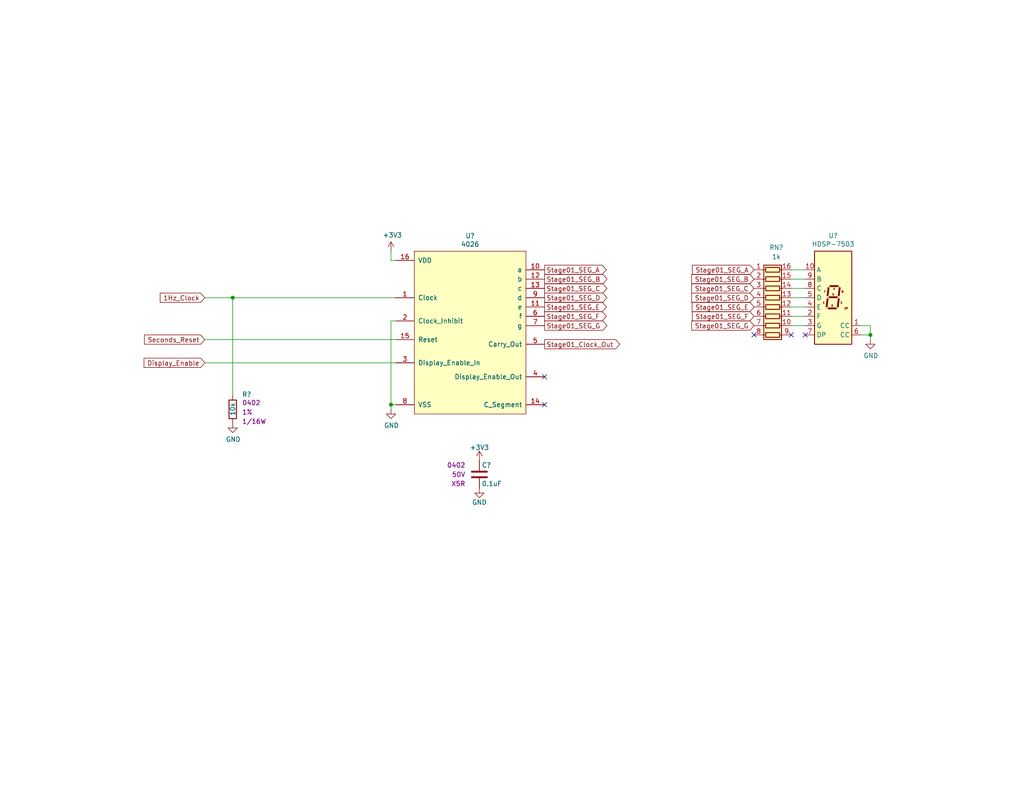
<source format=kicad_sch>
(kicad_sch (version 20230121) (generator eeschema)
  (paper "A")
  (title_block (title "Stopwatch") (date "2024-01-11") (rev "A") (company "Drew Maatman"))
  (lib_symbols
    (symbol "Custom_Library:4026" (pin_names (offset 1.016))
      (property "Reference" "U" (at 30.48 -43.18 0))
      (property "Value" "4026" (at 20.32 3.81 0))
      (symbol "4026_0_1"
        (rectangle (start 5.08 2.54) (end 35.56 -41.91) (fill (type background)))
      )
      (symbol "4026_1_1"
        (pin input line (at 0 -10.16 0) (length 5.08) (name "Clock") (number "1"))
        (pin output line (at 40.64 -2.54 180) (length 5.08) (name "a") (number "10"))
        (pin output line (at 40.64 -12.7 180) (length 5.08) (name "e") (number "11"))
        (pin output line (at 40.64 -5.08 180) (length 5.08) (name "b") (number "12"))
        (pin output line (at 40.64 -7.62 180) (length 5.08) (name "c") (number "13"))
        (pin output line (at 40.64 -39.37 180) (length 5.08) (name "C_Segment") (number "14"))
        (pin input line (at 0 -21.59 0) (length 5.08) (name "Reset") (number "15"))
        (pin power_in line (at 0 0 0) (length 5.08) (name "VDD") (number "16"))
        (pin input line (at 0 -16.51 0) (length 5.08) (name "Clock_Inhibit") (number "2"))
        (pin input line (at 0 -27.94 0) (length 5.08) (name "Display_Enable_In") (number "3"))
        (pin output line (at 40.64 -31.75 180) (length 5.08) (name "Display_Enable_Out") (number "4"))
        (pin output line (at 40.64 -22.86 180) (length 5.08) (name "Carry_Out") (number "5"))
        (pin output line (at 40.64 -15.24 180) (length 5.08) (name "f") (number "6"))
        (pin output line (at 40.64 -17.78 180) (length 5.08) (name "g") (number "7"))
        (pin power_in line (at 0 -39.37 0) (length 5.08) (name "VSS") (number "8"))
        (pin output line (at 40.64 -10.16 180) (length 5.08) (name "d") (number "9"))
      )
    )
    (symbol "Custom_Library:C_Custom" (pin_numbers hide) (pin_names (offset 0.254))
      (property "Reference" "C" (at 0.635 2.54 0))
      (property "Value" "C_Custom" (at 0.635 -2.54 0))
      (property "display_footprint" "Foot" (at -3.81 2.54 0))
      (property "Voltage" "V" (at -3.81 0 0))
      (property "Dielectric" "Er" (at -3.81 -2.54 0))
      (symbol "C_Custom_0_1"
        (polyline (pts (xy -2.032 -0.762) (xy 2.032 -0.762)) (stroke (width 0.508)))
        (polyline (pts (xy -2.032 0.762) (xy 2.032 0.762)) (stroke (width 0.508)))
      )
      (symbol "C_Custom_1_1"
        (pin passive line (at 0 3.81 270) (length 2.794) (name "~") (number "1"))
        (pin passive line (at 0 -3.81 90) (length 2.794) (name "~") (number "2"))
      )
    )
    (symbol "Custom_Library:R_Custom" (pin_numbers hide) (pin_names (offset 1.016) hide)
      (property "Reference" "R" (at -2.54 0 90))
      (property "Value" "R_Custom" (at 0 0 90))
      (property "display_footprint" "Foot" (at 2.54 0 90))
      (property "Tolerance" "Tol" (at 5.08 0 90))
      (property "Wattage" "W" (at 7.62 0 90))
      (symbol "R_Custom_0_1"
        (rectangle (start 1.016 2.54) (end -1.016 -2.54) (stroke (width 0.254)))
      )
      (symbol "R_Custom_1_1"
        (pin passive line (at 0 3.81 270) (length 1.27) (name "1") (number "1"))
        (pin passive line (at 0 -3.81 90) (length 1.27) (name "2") (number "2"))
      )
    )
    (symbol "Device:R_Pack08" (pin_names (offset 0) hide)
      (property "Reference" "RN" (at -12.7 0 90))
      (property "Value" "R_Pack08" (at 10.16 0 90))
      (symbol "R_Pack08_0_1"
        (rectangle (start -11.43 -2.413) (end 8.89 2.413) (stroke (width 0.254)) (fill (type background)))
        (rectangle (start -10.795 1.905) (end -9.525 -1.905) (stroke (width 0.254)))
        (rectangle (start -8.255 1.905) (end -6.985 -1.905) (stroke (width 0.254)))
        (rectangle (start -5.715 1.905) (end -4.445 -1.905) (stroke (width 0.254)))
        (rectangle (start -3.175 1.905) (end -1.905 -1.905) (stroke (width 0.254)))
        (rectangle (start -0.635 1.905) (end 0.635 -1.905) (stroke (width 0.254)))
        (polyline (pts (xy -10.16 -2.54) (xy -10.16 -1.905)))
        (polyline (pts (xy -10.16 1.905) (xy -10.16 2.54)))
        (polyline (pts (xy -7.62 -2.54) (xy -7.62 -1.905)))
        (polyline (pts (xy -7.62 1.905) (xy -7.62 2.54)))
        (polyline (pts (xy -5.08 -2.54) (xy -5.08 -1.905)))
        (polyline (pts (xy -5.08 1.905) (xy -5.08 2.54)))
        (polyline (pts (xy -2.54 -2.54) (xy -2.54 -1.905)))
        (polyline (pts (xy -2.54 1.905) (xy -2.54 2.54)))
        (polyline (pts (xy 0 -2.54) (xy 0 -1.905)))
        (polyline (pts (xy 0 1.905) (xy 0 2.54)))
        (polyline (pts (xy 2.54 -2.54) (xy 2.54 -1.905)))
        (polyline (pts (xy 2.54 1.905) (xy 2.54 2.54)))
        (polyline (pts (xy 5.08 -2.54) (xy 5.08 -1.905)))
        (polyline (pts (xy 5.08 1.905) (xy 5.08 2.54)))
        (polyline (pts (xy 7.62 -2.54) (xy 7.62 -1.905)))
        (polyline (pts (xy 7.62 1.905) (xy 7.62 2.54)))
        (rectangle (start 1.905 1.905) (end 3.175 -1.905) (stroke (width 0.254)))
        (rectangle (start 4.445 1.905) (end 5.715 -1.905) (stroke (width 0.254)))
        (rectangle (start 6.985 1.905) (end 8.255 -1.905) (stroke (width 0.254)))
      )
      (symbol "R_Pack08_1_1"
        (pin passive line (at -10.16 -5.08 90) (length 2.54) (name "R1.1") (number "1"))
        (pin passive line (at 5.08 5.08 270) (length 2.54) (name "R7.2") (number "10"))
        (pin passive line (at 2.54 5.08 270) (length 2.54) (name "R6.2") (number "11"))
        (pin passive line (at 0 5.08 270) (length 2.54) (name "R5.2") (number "12"))
        (pin passive line (at -2.54 5.08 270) (length 2.54) (name "R4.2") (number "13"))
        (pin passive line (at -5.08 5.08 270) (length 2.54) (name "R3.2") (number "14"))
        (pin passive line (at -7.62 5.08 270) (length 2.54) (name "R2.2") (number "15"))
        (pin passive line (at -10.16 5.08 270) (length 2.54) (name "R1.2") (number "16"))
        (pin passive line (at -7.62 -5.08 90) (length 2.54) (name "R2.1") (number "2"))
        (pin passive line (at -5.08 -5.08 90) (length 2.54) (name "R3.1") (number "3"))
        (pin passive line (at -2.54 -5.08 90) (length 2.54) (name "R4.1") (number "4"))
        (pin passive line (at 0 -5.08 90) (length 2.54) (name "R5.1") (number "5"))
        (pin passive line (at 2.54 -5.08 90) (length 2.54) (name "R6.1") (number "6"))
        (pin passive line (at 5.08 -5.08 90) (length 2.54) (name "R7.1") (number "7"))
        (pin passive line (at 7.62 -5.08 90) (length 2.54) (name "R8.1") (number "8"))
        (pin passive line (at 7.62 5.08 270) (length 2.54) (name "R8.2") (number "9"))
      )
    )
    (symbol "Display_Character:HDSP-7503"
      (property "Reference" "U" (at -3.81 13.97 0))
      (property "Value" "HDSP-7503" (at 6.35 13.97 0))
      (symbol "HDSP-7503_1_0"
        (text "A" (at 0.254 2.413 0) (effects (font (size 0.508 0.508))))
        (text "B" (at 2.54 1.651 0) (effects (font (size 0.508 0.508))))
        (text "C" (at 2.286 -1.397 0) (effects (font (size 0.508 0.508))))
        (text "D" (at -0.254 -2.159 0) (effects (font (size 0.508 0.508))))
        (text "DP" (at 3.556 -2.921 0) (effects (font (size 0.508 0.508))))
        (text "E" (at -2.54 -1.397 0) (effects (font (size 0.508 0.508))))
        (text "F" (at -2.286 1.651 0) (effects (font (size 0.508 0.508))))
        (text "G" (at 0 0.889 0) (effects (font (size 0.508 0.508))))
      )
      (symbol "HDSP-7503_1_1"
        (rectangle (start -5.08 12.7) (end 5.08 -12.7) (stroke (width 0.254)) (fill (type background)))
        (polyline (pts (xy -1.524 -0.381) (xy -1.778 -2.413)) (stroke (width 0.508)))
        (polyline (pts (xy -1.27 -2.921) (xy 0.762 -2.921)) (stroke (width 0.508)))
        (polyline (pts (xy -1.27 2.667) (xy -1.524 0.635)) (stroke (width 0.508)))
        (polyline (pts (xy -1.016 0.127) (xy 1.016 0.127)) (stroke (width 0.508)))
        (polyline (pts (xy -0.762 3.175) (xy 1.27 3.175)) (stroke (width 0.508)))
        (polyline (pts (xy 1.524 -0.381) (xy 1.27 -2.413)) (stroke (width 0.508)))
        (polyline (pts (xy 1.778 2.667) (xy 1.524 0.635)) (stroke (width 0.508)))
        (polyline (pts (xy 2.54 -2.921) (xy 2.54 -2.921)) (stroke (width 0.508)))
        (pin input line (at 7.62 -7.62 180) (length 2.54) (name "CC") (number "1"))
        (pin input line (at -7.62 7.62 0) (length 2.54) (name "A") (number "10"))
        (pin input line (at -7.62 -5.08 0) (length 2.54) (name "F") (number "2"))
        (pin input line (at -7.62 -7.62 0) (length 2.54) (name "G") (number "3"))
        (pin input line (at -7.62 -2.54 0) (length 2.54) (name "E") (number "4"))
        (pin input line (at -7.62 0 0) (length 2.54) (name "D") (number "5"))
        (pin input line (at 7.62 -10.16 180) (length 2.54) (name "CC") (number "6"))
        (pin input line (at -7.62 -10.16 0) (length 2.54) (name "DP") (number "7"))
        (pin input line (at -7.62 2.54 0) (length 2.54) (name "C") (number "8"))
        (pin input line (at -7.62 5.08 0) (length 2.54) (name "B") (number "9"))
      )
    )
    (symbol "Incrementor-rescue:+3.3V-power" (power) (pin_names (offset 0))
      (property "Value" "+3.3V-power" (at 0 3.556 0))
      (symbol "+3.3V-power_0_1"
        (polyline (pts (xy -0.762 1.27) (xy 0 2.54)))
        (polyline (pts (xy 0 0) (xy 0 2.54)))
        (polyline (pts (xy 0 2.54) (xy 0.762 1.27)))
      )
      (symbol "+3.3V-power_1_1"
        (pin power_in line (at 0 0 90) (length 0) hide (name "+3V3") (number "1"))
      )
    )
    (symbol "power:GND" (power) (pin_names (offset 0))
      (property "Value" "GND" (at 0 -3.81 0))
      (symbol "GND_0_1"
        (polyline (pts (xy 0 0) (xy 0 -1.27) (xy 1.27 -1.27) (xy 0 -2.54) (xy -1.27 -1.27) (xy 0 -1.27)))
      )
      (symbol "GND_1_1"
        (pin power_in line (at 0 0 270) (length 0) hide (name "GND") (number "1"))
      )
    )
  )
  (junction (at 63.5 81.28))
  (junction (at 237.49 91.44))
  (junction (at 106.68 110.49))
  (no_connect (at 148.59 110.49))
  (no_connect (at 219.71 91.44))
  (no_connect (at 205.74 91.44))
  (no_connect (at 148.59 102.87))
  (no_connect (at 215.9 91.44))
  (wire (pts (xy 237.49 91.44) (xy 237.49 88.9)))
  (wire (pts (xy 107.95 81.28) (xy 63.5 81.28)))
  (wire (pts (xy 215.9 83.82) (xy 219.71 83.82)))
  (wire (pts (xy 106.68 87.63) (xy 106.68 110.49)))
  (wire (pts (xy 55.88 99.06) (xy 107.95 99.06)))
  (wire (pts (xy 215.9 86.36) (xy 219.71 86.36)))
  (wire (pts (xy 215.9 73.66) (xy 219.71 73.66)))
  (wire (pts (xy 215.9 76.2) (xy 219.71 76.2)))
  (wire (pts (xy 107.95 87.63) (xy 106.68 87.63)))
  (wire (pts (xy 215.9 88.9) (xy 219.71 88.9)))
  (wire (pts (xy 215.9 81.28) (xy 219.71 81.28)))
  (wire (pts (xy 106.68 110.49) (xy 107.95 110.49)))
  (wire (pts (xy 234.95 91.44) (xy 237.49 91.44)))
  (wire (pts (xy 63.5 81.28) (xy 63.5 107.95)))
  (wire (pts (xy 215.9 78.74) (xy 219.71 78.74)))
  (wire (pts (xy 55.88 92.71) (xy 107.95 92.71)))
  (wire (pts (xy 106.68 68.58) (xy 106.68 71.12)))
  (wire (pts (xy 106.68 71.12) (xy 107.95 71.12)))
  (wire (pts (xy 237.49 88.9) (xy 234.95 88.9)))
  (wire (pts (xy 106.68 111.76) (xy 106.68 110.49)))
  (wire (pts (xy 55.88 81.28) (xy 63.5 81.28)))
  (wire (pts (xy 237.49 92.71) (xy 237.49 91.44)))
  (global_label "Stage01_SEG_C" (shape input) (at 205.74 78.74 180) (property "Intersheetrefs" "${INTERSHEET_REFS}" (effects hide)))
  (global_label "Stage01_SEG_D" (shape input) (at 205.74 81.28 180) (property "Intersheetrefs" "${INTERSHEET_REFS}" (effects hide)))
  (global_label "Stage01_SEG_F" (shape input) (at 205.74 86.36 180) (property "Intersheetrefs" "${INTERSHEET_REFS}" (effects hide)))
  (global_label "Stage01_SEG_E" (shape output) (at 148.59 83.82 0) (property "Intersheetrefs" "${INTERSHEET_REFS}" (effects hide)))
  (global_label "Stage01_Clock_Out" (shape output) (at 148.59 93.98 0) (property "Intersheetrefs" "${INTERSHEET_REFS}" (effects hide)))
  (global_label "Stage01_SEG_E" (shape input) (at 205.74 83.82 180) (property "Intersheetrefs" "${INTERSHEET_REFS}" (effects hide)))
  (global_label "Stage01_SEG_D" (shape output) (at 148.59 81.28 0) (property "Intersheetrefs" "${INTERSHEET_REFS}" (effects hide)))
  (global_label "Stage01_SEG_B" (shape input) (at 205.74 76.2 180) (property "Intersheetrefs" "${INTERSHEET_REFS}" (effects hide)))
  (global_label "Stage01_SEG_F" (shape output) (at 148.59 86.36 0) (property "Intersheetrefs" "${INTERSHEET_REFS}" (effects hide)))
  (global_label "Stage01_SEG_B" (shape output) (at 148.59 76.2 0) (property "Intersheetrefs" "${INTERSHEET_REFS}" (effects hide)))
  (global_label "Stage01_SEG_A" (shape output) (at 148.59 73.66 0) (property "Intersheetrefs" "${INTERSHEET_REFS}" (effects hide)))
  (global_label "Stage01_SEG_C" (shape output) (at 148.59 78.74 0) (property "Intersheetrefs" "${INTERSHEET_REFS}" (effects hide)))
  (global_label "Display_Enable" (shape input) (at 55.88 99.06 180) (property "Intersheetrefs" "${INTERSHEET_REFS}" (effects hide)))
  (global_label "Stage01_SEG_G" (shape output) (at 148.59 88.9 0) (property "Intersheetrefs" "${INTERSHEET_REFS}" (effects hide)))
  (global_label "Stage01_SEG_A" (shape input) (at 205.74 73.66 180) (property "Intersheetrefs" "${INTERSHEET_REFS}" (effects hide)))
  (global_label "Stage01_SEG_G" (shape input) (at 205.74 88.9 180) (property "Intersheetrefs" "${INTERSHEET_REFS}" (effects hide)))
  (global_label "1Hz_Clock" (shape input) (at 55.88 81.28 180) (property "Intersheetrefs" "${INTERSHEET_REFS}" (effects hide)))
  (global_label "Seconds_Reset" (shape input) (at 55.88 92.71 180) (property "Intersheetrefs" "${INTERSHEET_REFS}" (effects hide)))
  (symbol (lib_id "Custom_Library:4026") (at 107.95 71.12 0) (unit 1)
    (property "Reference" "U?" (at 128.27 64.389 0))
    (property "Value" "4026" (at 128.27 66.7004 0))
    (property "Footprint" "Housings_SSOP:TSSOP-16_4.4x5mm_Pitch0.65mm" (effects hide))
    (property "Digi-Key PN" "296-32878-5-ND" (effects hide))
  )
  (symbol (lib_id "Incrementor-rescue:+3.3V-power") (at 106.68 68.58 0) (unit 1)
    (property "Reference" "#PWR?" (effects hide))
    (property "Value" "+3.3V" (at 107.061 64.1858 0))
  )
  (symbol (lib_id "power:GND") (at 106.68 111.76 0) (unit 1)
    (property "Reference" "#PWR?" (effects hide))
    (property "Value" "GND" (at 106.807 116.1542 0))
  )
  (symbol (lib_id "Device:R_Pack08") (at 210.82 83.82 270) (unit 1)
    (property "Reference" "RN?" (at 211.836 67.564 90))
    (property "Value" "1k" (at 211.836 70.104 90))
    (property "Footprint" "Resistor_SMD:R_Cat16-8" (effects hide))
    (property "Digi-Key PN" "CAT16-102J8LFCT-ND" (effects hide))
  )
  (symbol (lib_id "Display_Character:HDSP-7503") (at 227.33 81.28 0) (unit 1)
    (property "Reference" "U?" (at 227.33 64.3382 0))
    (property "Value" "HDSP-7503" (at 227.33 66.6496 0))
    (property "Footprint" "Display_7Segment:HDSP-A151" (effects hide))
    (property "Datasheet" "https://docs.broadcom.com/docs/AV02-2553EN" (effects hide))
    (property "Digi-Key PN" "516-1203-5-ND" (effects hide))
  )
  (symbol (lib_id "power:GND") (at 237.49 92.71 0) (unit 1)
    (property "Reference" "#PWR?" (effects hide))
    (property "Value" "GND" (at 237.617 97.1042 0))
  )
  (symbol (lib_id "Custom_Library:R_Custom") (at 63.5 111.76 0) (unit 1)
    (property "Reference" "R?" (at 66.04 107.696 0) (effects (justify left)))
    (property "Value" "10k" (at 63.5 113.538 90) (effects (justify left)))
    (property "Footprint" "Resistors_SMD:R_0402" (effects hide))
    (property "display_footprint" "0402" (at 66.04 109.982 0) (effects (justify left)))
    (property "Tolerance" "1%" (at 66.04 112.522 0) (effects (justify left)))
    (property "Wattage" "1/16W" (at 66.04 115.062 0) (effects (justify left)))
    (property "Digi-Key PN" "RMCF0402FT10K0CT-ND" (effects hide))
  )
  (symbol (lib_id "power:GND") (at 63.5 115.57 0) (unit 1)
    (property "Reference" "#PWR?" (effects hide))
    (property "Value" "GND" (at 63.627 119.9642 0))
  )
  (symbol (lib_id "Custom_Library:C_Custom") (at 130.81 129.54 0) (unit 1)
    (property "Reference" "C?" (at 131.445 127 0) (effects (justify left)))
    (property "Value" "0.1uF" (at 131.445 132.08 0) (effects (justify left)))
    (property "Footprint" "Capacitors_SMD:C_0402" (effects hide))
    (property "display_footprint" "0402" (at 127 127 0) (effects (justify right)))
    (property "Voltage" "50V" (at 127 129.54 0) (effects (justify right)))
    (property "Dielectric" "X5R" (at 127 132.08 0) (effects (justify right)))
    (property "Digi-Key PN" "490-10697-1-ND" (effects hide))
  )
  (symbol (lib_id "power:GND") (at 130.81 133.35 0) (unit 1)
    (property "Reference" "#PWR?" (effects hide))
    (property "Value" "GND" (at 130.81 137.16 0))
  )
  (symbol (lib_id "Incrementor-rescue:+3.3V-power") (at 130.81 125.73 0) (unit 1)
    (property "Reference" "#PWR?" (effects hide))
    (property "Value" "+3.3V" (at 130.81 122.174 0))
  )
)
</source>
